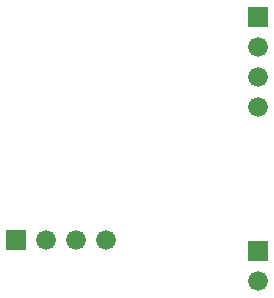
<source format=gbs>
G04 Layer: BottomSolderMaskLayer*
G04 EasyEDA v6.5.51, 2025-12-10 14:07:42*
G04 f7da798ecd6947b8b5cd26341a0ba6d3,f920225d1fc94cab822a7ee7b834fcf3,10*
G04 Gerber Generator version 0.2*
G04 Scale: 100 percent, Rotated: No, Reflected: No *
G04 Dimensions in millimeters *
G04 leading zeros omitted , absolute positions ,4 integer and 5 decimal *
%FSLAX45Y45*%
%MOMM*%

%AMMACRO1*4,1,8,-0.8085,-0.8382,-0.8382,-0.8082,-0.8382,0.8085,-0.8085,0.8382,0.8082,0.8382,0.8382,0.8085,0.8382,-0.8082,0.8082,-0.8382,-0.8085,-0.8382,0*%
%ADD10MACRO1*%
%ADD11C,1.6764*%
%ADD12C,0.0106*%

%LPD*%
D10*
G01*
X3657600Y-254000D03*
D11*
G01*
X3657600Y-508000D03*
G01*
X3657600Y-762000D03*
G01*
X3657600Y-1016000D03*
D10*
G01*
X3657600Y-2235200D03*
D11*
G01*
X3657600Y-2489200D03*
D10*
G01*
X1612900Y-2146300D03*
D11*
G01*
X1866900Y-2146300D03*
G01*
X2120900Y-2146300D03*
G01*
X2374900Y-2146300D03*
M02*

</source>
